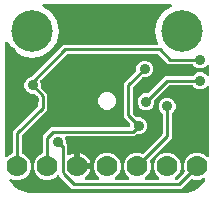
<source format=gbr>
G04 EAGLE Gerber RS-274X export*
G75*
%MOMM*%
%FSLAX34Y34*%
%LPD*%
%INBottom Copper*%
%IPPOS*%
%AMOC8*
5,1,8,0,0,1.08239X$1,22.5*%
G01*
%ADD10C,3.516000*%
%ADD11C,1.778000*%
%ADD12C,0.906400*%
%ADD13C,0.254000*%

G36*
X150961Y2551D02*
X150961Y2551D01*
X151044Y2552D01*
X151118Y2571D01*
X151141Y2574D01*
X152416Y2541D01*
X152426Y2542D01*
X152449Y2541D01*
X152521Y2541D01*
X152539Y2543D01*
X152588Y2543D01*
X155850Y2715D01*
X155918Y2727D01*
X155987Y2730D01*
X156144Y2766D01*
X162431Y4632D01*
X162540Y4680D01*
X162651Y4721D01*
X162704Y4752D01*
X162722Y4760D01*
X162738Y4773D01*
X162790Y4803D01*
X168193Y8521D01*
X168281Y8600D01*
X168375Y8673D01*
X168415Y8719D01*
X168430Y8733D01*
X168442Y8750D01*
X168481Y8795D01*
X171928Y13293D01*
X172001Y13418D01*
X172078Y13542D01*
X172082Y13555D01*
X172089Y13567D01*
X172129Y13707D01*
X172171Y13846D01*
X172172Y13860D01*
X172176Y13873D01*
X172179Y14019D01*
X172186Y14164D01*
X172184Y14177D01*
X172184Y14191D01*
X172151Y14333D01*
X172122Y14475D01*
X172116Y14488D01*
X172113Y14501D01*
X172046Y14630D01*
X171982Y14761D01*
X171973Y14771D01*
X171967Y14784D01*
X171871Y14892D01*
X171776Y15003D01*
X171765Y15011D01*
X171755Y15021D01*
X171635Y15102D01*
X171516Y15186D01*
X171503Y15191D01*
X171492Y15199D01*
X171355Y15247D01*
X171219Y15299D01*
X171205Y15300D01*
X171192Y15305D01*
X171048Y15318D01*
X170903Y15334D01*
X170889Y15332D01*
X170875Y15333D01*
X170732Y15310D01*
X170588Y15289D01*
X170570Y15283D01*
X170561Y15282D01*
X170545Y15275D01*
X170435Y15237D01*
X167374Y13969D01*
X162826Y13969D01*
X160946Y14748D01*
X160917Y14756D01*
X160891Y14770D01*
X160764Y14798D01*
X160639Y14832D01*
X160609Y14833D01*
X160580Y14839D01*
X160451Y14835D01*
X160321Y14837D01*
X160292Y14830D01*
X160263Y14830D01*
X160138Y14793D01*
X160012Y14763D01*
X159985Y14749D01*
X159957Y14741D01*
X159845Y14675D01*
X159730Y14614D01*
X159709Y14595D01*
X159683Y14580D01*
X159562Y14473D01*
X154042Y8953D01*
X151438Y6349D01*
X59382Y6349D01*
X48196Y17535D01*
X48101Y17608D01*
X48012Y17687D01*
X47976Y17705D01*
X47944Y17730D01*
X47835Y17777D01*
X47729Y17832D01*
X47690Y17840D01*
X47653Y17856D01*
X47535Y17875D01*
X47419Y17901D01*
X47378Y17900D01*
X47338Y17906D01*
X47220Y17895D01*
X47101Y17892D01*
X47062Y17880D01*
X47022Y17876D01*
X46910Y17836D01*
X46795Y17803D01*
X46761Y17783D01*
X46723Y17769D01*
X46624Y17702D01*
X46521Y17642D01*
X46476Y17602D01*
X46459Y17590D01*
X46446Y17575D01*
X46401Y17535D01*
X44575Y15709D01*
X40374Y13969D01*
X35826Y13969D01*
X31625Y15709D01*
X28409Y18925D01*
X26669Y23126D01*
X26669Y27674D01*
X28409Y31875D01*
X31625Y35091D01*
X33506Y35870D01*
X33531Y35884D01*
X33559Y35893D01*
X33669Y35963D01*
X33782Y36027D01*
X33803Y36048D01*
X33828Y36063D01*
X33917Y36158D01*
X34010Y36248D01*
X34026Y36273D01*
X34046Y36295D01*
X34109Y36409D01*
X34177Y36519D01*
X34185Y36548D01*
X34200Y36574D01*
X34232Y36699D01*
X34270Y36823D01*
X34272Y36853D01*
X34279Y36881D01*
X34289Y37042D01*
X34289Y40075D01*
X34326Y40123D01*
X34366Y40214D01*
X34414Y40301D01*
X34429Y40359D01*
X34453Y40415D01*
X34468Y40513D01*
X34493Y40609D01*
X34499Y40709D01*
X34503Y40729D01*
X34501Y40741D01*
X34503Y40769D01*
X34503Y43051D01*
X34491Y43149D01*
X34488Y43248D01*
X34471Y43306D01*
X34463Y43366D01*
X34427Y43458D01*
X34399Y43554D01*
X34369Y43606D01*
X34346Y43662D01*
X34289Y43741D01*
X34289Y51108D01*
X41602Y58421D01*
X107228Y58421D01*
X107346Y58436D01*
X107465Y58443D01*
X107503Y58456D01*
X107544Y58461D01*
X107654Y58504D01*
X107767Y58541D01*
X107802Y58563D01*
X107839Y58578D01*
X107935Y58647D01*
X108036Y58711D01*
X108064Y58741D01*
X108097Y58764D01*
X108173Y58856D01*
X108254Y58943D01*
X108274Y58978D01*
X108299Y59009D01*
X108350Y59117D01*
X108408Y59221D01*
X108418Y59261D01*
X108435Y59297D01*
X108457Y59414D01*
X108487Y59529D01*
X108491Y59589D01*
X108495Y59609D01*
X108493Y59630D01*
X108497Y59690D01*
X108497Y60848D01*
X108485Y60946D01*
X108482Y61045D01*
X108465Y61103D01*
X108457Y61163D01*
X108421Y61255D01*
X108393Y61351D01*
X108363Y61403D01*
X108340Y61459D01*
X108282Y61539D01*
X108232Y61624D01*
X108166Y61700D01*
X108154Y61716D01*
X108144Y61724D01*
X108126Y61745D01*
X105473Y64398D01*
X102869Y67002D01*
X102869Y70684D01*
X102869Y95558D01*
X113206Y105895D01*
X113266Y105973D01*
X113334Y106045D01*
X113363Y106098D01*
X113400Y106146D01*
X113440Y106237D01*
X113488Y106324D01*
X113503Y106382D01*
X113527Y106438D01*
X113542Y106536D01*
X113567Y106631D01*
X113573Y106732D01*
X113577Y106752D01*
X113575Y106764D01*
X113577Y106792D01*
X113577Y109143D01*
X114654Y111742D01*
X116644Y113732D01*
X119243Y114809D01*
X122057Y114809D01*
X124656Y113732D01*
X126646Y111742D01*
X127723Y109143D01*
X127723Y106329D01*
X126646Y103730D01*
X124656Y101740D01*
X122057Y100663D01*
X119278Y100663D01*
X119180Y100651D01*
X119081Y100648D01*
X119023Y100631D01*
X118963Y100623D01*
X118871Y100587D01*
X118775Y100559D01*
X118723Y100529D01*
X118667Y100506D01*
X118587Y100448D01*
X118502Y100398D01*
X118426Y100332D01*
X118410Y100320D01*
X118402Y100310D01*
X118381Y100292D01*
X110862Y92773D01*
X110802Y92695D01*
X110734Y92623D01*
X110705Y92570D01*
X110668Y92522D01*
X110628Y92431D01*
X110580Y92344D01*
X110565Y92286D01*
X110541Y92230D01*
X110526Y92132D01*
X110501Y92037D01*
X110495Y91936D01*
X110491Y91916D01*
X110493Y91904D01*
X110491Y91876D01*
X110491Y70684D01*
X110503Y70586D01*
X110506Y70487D01*
X110523Y70429D01*
X110531Y70369D01*
X110567Y70277D01*
X110595Y70181D01*
X110625Y70129D01*
X110648Y70073D01*
X110706Y69993D01*
X110756Y69908D01*
X110822Y69832D01*
X110834Y69816D01*
X110844Y69808D01*
X110862Y69787D01*
X113515Y67134D01*
X113593Y67074D01*
X113665Y67006D01*
X113718Y66977D01*
X113766Y66940D01*
X113857Y66900D01*
X113944Y66852D01*
X114002Y66837D01*
X114058Y66813D01*
X114156Y66798D01*
X114251Y66773D01*
X114352Y66767D01*
X114372Y66763D01*
X114384Y66765D01*
X114412Y66763D01*
X116977Y66763D01*
X119576Y65686D01*
X121566Y63696D01*
X122643Y61097D01*
X122643Y58283D01*
X121566Y55684D01*
X119576Y53694D01*
X116977Y52617D01*
X114412Y52617D01*
X114314Y52605D01*
X114215Y52602D01*
X114157Y52585D01*
X114097Y52577D01*
X114005Y52541D01*
X113909Y52513D01*
X113857Y52483D01*
X113801Y52460D01*
X113721Y52402D01*
X113636Y52352D01*
X113560Y52286D01*
X113544Y52274D01*
X113536Y52264D01*
X113515Y52246D01*
X112068Y50799D01*
X54441Y50799D01*
X54392Y50793D01*
X54342Y50795D01*
X54235Y50773D01*
X54126Y50759D01*
X54079Y50741D01*
X54031Y50731D01*
X53932Y50683D01*
X53830Y50642D01*
X53790Y50613D01*
X53745Y50591D01*
X53662Y50520D01*
X53573Y50456D01*
X53541Y50417D01*
X53503Y50385D01*
X53440Y50295D01*
X53370Y50211D01*
X53349Y50166D01*
X53320Y50125D01*
X53281Y50022D01*
X53234Y49923D01*
X53225Y49874D01*
X53207Y49828D01*
X53195Y49718D01*
X53174Y49611D01*
X53178Y49561D01*
X53172Y49512D01*
X53187Y49403D01*
X53194Y49293D01*
X53209Y49246D01*
X53216Y49197D01*
X53268Y49044D01*
X54063Y47127D01*
X54063Y45578D01*
X54075Y45480D01*
X54078Y45381D01*
X54095Y45323D01*
X54103Y45263D01*
X54139Y45171D01*
X54167Y45075D01*
X54197Y45023D01*
X54220Y44967D01*
X54278Y44887D01*
X54328Y44802D01*
X54394Y44726D01*
X54406Y44710D01*
X54416Y44702D01*
X54434Y44681D01*
X55119Y43996D01*
X55119Y35931D01*
X55124Y35891D01*
X55121Y35852D01*
X55144Y35734D01*
X55159Y35615D01*
X55173Y35578D01*
X55181Y35539D01*
X55232Y35431D01*
X55276Y35320D01*
X55299Y35287D01*
X55316Y35251D01*
X55392Y35159D01*
X55462Y35062D01*
X55493Y35037D01*
X55518Y35006D01*
X55615Y34936D01*
X55707Y34859D01*
X55744Y34842D01*
X55776Y34819D01*
X55887Y34775D01*
X55995Y34724D01*
X56034Y34716D01*
X56071Y34702D01*
X56190Y34687D01*
X56307Y34664D01*
X56347Y34667D01*
X56387Y34662D01*
X56506Y34676D01*
X56625Y34684D01*
X56663Y34696D01*
X56702Y34701D01*
X56814Y34745D01*
X56927Y34782D01*
X56961Y34803D01*
X56998Y34818D01*
X57134Y34904D01*
X57509Y35177D01*
X59112Y35993D01*
X60823Y36549D01*
X61001Y36577D01*
X61001Y26630D01*
X61016Y26512D01*
X61023Y26393D01*
X61035Y26355D01*
X61041Y26315D01*
X61084Y26204D01*
X61121Y26091D01*
X61143Y26057D01*
X61158Y26019D01*
X61227Y25923D01*
X61291Y25822D01*
X61321Y25794D01*
X61344Y25762D01*
X61436Y25686D01*
X61523Y25604D01*
X61558Y25585D01*
X61589Y25559D01*
X61697Y25508D01*
X61801Y25451D01*
X61841Y25441D01*
X61877Y25423D01*
X61994Y25401D01*
X62109Y25371D01*
X62169Y25367D01*
X62189Y25364D01*
X62210Y25365D01*
X62270Y25361D01*
X63461Y25361D01*
X63461Y24170D01*
X63476Y24052D01*
X63483Y23933D01*
X63496Y23895D01*
X63501Y23854D01*
X63545Y23744D01*
X63581Y23631D01*
X63603Y23596D01*
X63618Y23559D01*
X63688Y23462D01*
X63751Y23362D01*
X63781Y23334D01*
X63805Y23301D01*
X63896Y23225D01*
X63983Y23144D01*
X64018Y23124D01*
X64050Y23099D01*
X64157Y23048D01*
X64262Y22990D01*
X64301Y22980D01*
X64337Y22963D01*
X64454Y22941D01*
X64570Y22911D01*
X64630Y22907D01*
X64650Y22903D01*
X64670Y22905D01*
X64730Y22901D01*
X74677Y22901D01*
X74649Y22723D01*
X74093Y21012D01*
X73277Y19409D01*
X72219Y17953D01*
X70947Y16681D01*
X70376Y16267D01*
X70318Y16212D01*
X70254Y16166D01*
X70203Y16104D01*
X70145Y16049D01*
X70102Y15982D01*
X70051Y15921D01*
X70017Y15848D01*
X69974Y15781D01*
X69949Y15705D01*
X69916Y15633D01*
X69900Y15554D01*
X69876Y15478D01*
X69871Y15399D01*
X69856Y15320D01*
X69861Y15241D01*
X69856Y15161D01*
X69871Y15083D01*
X69875Y15003D01*
X69900Y14927D01*
X69915Y14848D01*
X69949Y14776D01*
X69974Y14701D01*
X70016Y14633D01*
X70050Y14561D01*
X70101Y14499D01*
X70144Y14432D01*
X70202Y14377D01*
X70253Y14315D01*
X70317Y14269D01*
X70375Y14214D01*
X70445Y14175D01*
X70510Y14128D01*
X70584Y14099D01*
X70654Y14060D01*
X70731Y14040D01*
X70806Y14011D01*
X70885Y14001D01*
X70962Y13981D01*
X71120Y13971D01*
X71121Y13971D01*
X71122Y13971D01*
X81100Y13971D01*
X81237Y13988D01*
X81376Y14001D01*
X81395Y14008D01*
X81415Y14011D01*
X81544Y14062D01*
X81675Y14109D01*
X81692Y14120D01*
X81711Y14128D01*
X81823Y14209D01*
X81938Y14287D01*
X81952Y14303D01*
X81968Y14314D01*
X82057Y14422D01*
X82149Y14526D01*
X82158Y14544D01*
X82171Y14559D01*
X82230Y14685D01*
X82293Y14809D01*
X82298Y14829D01*
X82306Y14847D01*
X82333Y14983D01*
X82363Y15119D01*
X82362Y15140D01*
X82366Y15159D01*
X82358Y15298D01*
X82353Y15437D01*
X82348Y15457D01*
X82346Y15477D01*
X82304Y15609D01*
X82265Y15743D01*
X82255Y15760D01*
X82248Y15779D01*
X82174Y15897D01*
X82103Y16017D01*
X82085Y16038D01*
X82078Y16048D01*
X82063Y16062D01*
X81997Y16137D01*
X79209Y18925D01*
X77469Y23126D01*
X77469Y27674D01*
X79209Y31875D01*
X82425Y35091D01*
X86626Y36831D01*
X91174Y36831D01*
X95375Y35091D01*
X98591Y31875D01*
X100331Y27674D01*
X100331Y23126D01*
X98591Y18925D01*
X95803Y16137D01*
X95718Y16028D01*
X95629Y15921D01*
X95620Y15902D01*
X95608Y15886D01*
X95553Y15758D01*
X95494Y15633D01*
X95490Y15613D01*
X95482Y15594D01*
X95460Y15456D01*
X95434Y15320D01*
X95435Y15300D01*
X95432Y15280D01*
X95445Y15141D01*
X95454Y15003D01*
X95460Y14984D01*
X95462Y14964D01*
X95509Y14832D01*
X95552Y14701D01*
X95562Y14683D01*
X95569Y14664D01*
X95647Y14549D01*
X95722Y14432D01*
X95736Y14418D01*
X95748Y14401D01*
X95852Y14309D01*
X95953Y14214D01*
X95971Y14204D01*
X95986Y14191D01*
X96110Y14127D01*
X96232Y14060D01*
X96251Y14055D01*
X96269Y14046D01*
X96405Y14016D01*
X96540Y13981D01*
X96568Y13979D01*
X96580Y13976D01*
X96600Y13977D01*
X96700Y13971D01*
X106500Y13971D01*
X106637Y13988D01*
X106776Y14001D01*
X106795Y14008D01*
X106815Y14011D01*
X106944Y14062D01*
X107075Y14109D01*
X107092Y14120D01*
X107111Y14128D01*
X107223Y14209D01*
X107338Y14287D01*
X107352Y14303D01*
X107368Y14314D01*
X107457Y14422D01*
X107549Y14526D01*
X107558Y14544D01*
X107571Y14559D01*
X107630Y14685D01*
X107693Y14809D01*
X107698Y14829D01*
X107706Y14847D01*
X107733Y14983D01*
X107763Y15119D01*
X107762Y15140D01*
X107766Y15159D01*
X107758Y15298D01*
X107753Y15437D01*
X107748Y15457D01*
X107746Y15477D01*
X107704Y15609D01*
X107665Y15743D01*
X107655Y15760D01*
X107648Y15779D01*
X107574Y15897D01*
X107503Y16017D01*
X107485Y16038D01*
X107478Y16048D01*
X107463Y16062D01*
X107397Y16137D01*
X104609Y18925D01*
X102869Y23126D01*
X102869Y27674D01*
X104609Y31875D01*
X107825Y35091D01*
X112026Y36831D01*
X116574Y36831D01*
X118454Y36052D01*
X118483Y36044D01*
X118509Y36030D01*
X118636Y36002D01*
X118761Y35968D01*
X118791Y35967D01*
X118820Y35961D01*
X118949Y35965D01*
X119079Y35963D01*
X119108Y35970D01*
X119137Y35970D01*
X119262Y36007D01*
X119388Y36037D01*
X119415Y36051D01*
X119443Y36059D01*
X119555Y36125D01*
X119670Y36186D01*
X119691Y36205D01*
X119717Y36220D01*
X119838Y36327D01*
X135582Y52071D01*
X135642Y52149D01*
X135710Y52221D01*
X135739Y52274D01*
X135776Y52322D01*
X135816Y52413D01*
X135864Y52500D01*
X135879Y52558D01*
X135903Y52614D01*
X135918Y52712D01*
X135943Y52808D01*
X135949Y52908D01*
X135953Y52928D01*
X135951Y52940D01*
X135953Y52968D01*
X135953Y69483D01*
X135941Y69581D01*
X135938Y69680D01*
X135921Y69738D01*
X135913Y69798D01*
X135877Y69890D01*
X135849Y69985D01*
X135819Y70038D01*
X135796Y70094D01*
X135738Y70174D01*
X135688Y70259D01*
X135622Y70335D01*
X135610Y70351D01*
X135600Y70359D01*
X135582Y70380D01*
X133768Y72194D01*
X132691Y74793D01*
X132691Y77607D01*
X133768Y80206D01*
X135758Y82196D01*
X138357Y83273D01*
X141171Y83273D01*
X143770Y82196D01*
X145760Y80206D01*
X146837Y77607D01*
X146837Y74793D01*
X145760Y72194D01*
X143946Y70380D01*
X143886Y70302D01*
X143818Y70230D01*
X143789Y70177D01*
X143752Y70129D01*
X143712Y70038D01*
X143664Y69951D01*
X143649Y69893D01*
X143625Y69837D01*
X143610Y69739D01*
X143585Y69643D01*
X143579Y69543D01*
X143575Y69523D01*
X143577Y69511D01*
X143575Y69483D01*
X143575Y49286D01*
X125227Y30938D01*
X125209Y30914D01*
X125186Y30895D01*
X125112Y30789D01*
X125032Y30686D01*
X125020Y30659D01*
X125003Y30635D01*
X124957Y30514D01*
X124906Y30395D01*
X124901Y30365D01*
X124890Y30338D01*
X124876Y30209D01*
X124856Y30080D01*
X124858Y30051D01*
X124855Y30022D01*
X124873Y29893D01*
X124886Y29764D01*
X124896Y29736D01*
X124900Y29707D01*
X124952Y29554D01*
X125731Y27674D01*
X125731Y23126D01*
X123991Y18925D01*
X121203Y16137D01*
X121118Y16028D01*
X121029Y15921D01*
X121020Y15902D01*
X121008Y15886D01*
X120953Y15758D01*
X120894Y15633D01*
X120890Y15613D01*
X120882Y15594D01*
X120860Y15456D01*
X120834Y15320D01*
X120835Y15300D01*
X120832Y15280D01*
X120845Y15141D01*
X120854Y15003D01*
X120860Y14984D01*
X120862Y14964D01*
X120909Y14832D01*
X120952Y14701D01*
X120962Y14683D01*
X120969Y14664D01*
X121047Y14549D01*
X121122Y14432D01*
X121136Y14418D01*
X121148Y14401D01*
X121252Y14309D01*
X121353Y14214D01*
X121371Y14204D01*
X121386Y14191D01*
X121510Y14127D01*
X121632Y14060D01*
X121651Y14055D01*
X121669Y14046D01*
X121805Y14016D01*
X121940Y13981D01*
X121968Y13979D01*
X121980Y13976D01*
X122000Y13977D01*
X122100Y13971D01*
X131900Y13971D01*
X132037Y13988D01*
X132176Y14001D01*
X132195Y14008D01*
X132215Y14011D01*
X132344Y14062D01*
X132475Y14109D01*
X132492Y14120D01*
X132511Y14128D01*
X132623Y14209D01*
X132738Y14287D01*
X132752Y14303D01*
X132768Y14314D01*
X132857Y14422D01*
X132949Y14526D01*
X132958Y14544D01*
X132971Y14559D01*
X133030Y14685D01*
X133093Y14809D01*
X133098Y14829D01*
X133106Y14847D01*
X133133Y14983D01*
X133163Y15119D01*
X133162Y15140D01*
X133166Y15159D01*
X133158Y15298D01*
X133153Y15437D01*
X133148Y15457D01*
X133146Y15477D01*
X133104Y15609D01*
X133065Y15743D01*
X133055Y15760D01*
X133048Y15779D01*
X132974Y15897D01*
X132903Y16017D01*
X132885Y16038D01*
X132878Y16048D01*
X132863Y16062D01*
X132797Y16137D01*
X130009Y18925D01*
X128269Y23126D01*
X128269Y27674D01*
X130009Y31875D01*
X133225Y35091D01*
X137426Y36831D01*
X141974Y36831D01*
X146175Y35091D01*
X149391Y31875D01*
X151131Y27674D01*
X151131Y23126D01*
X149391Y18925D01*
X146603Y16137D01*
X146518Y16028D01*
X146429Y15921D01*
X146420Y15902D01*
X146408Y15886D01*
X146353Y15758D01*
X146294Y15633D01*
X146290Y15613D01*
X146282Y15594D01*
X146260Y15456D01*
X146234Y15320D01*
X146235Y15300D01*
X146232Y15280D01*
X146245Y15141D01*
X146254Y15003D01*
X146260Y14984D01*
X146262Y14964D01*
X146309Y14832D01*
X146352Y14701D01*
X146362Y14683D01*
X146369Y14664D01*
X146447Y14549D01*
X146522Y14432D01*
X146536Y14418D01*
X146548Y14401D01*
X146652Y14309D01*
X146753Y14214D01*
X146771Y14204D01*
X146786Y14191D01*
X146910Y14127D01*
X147032Y14060D01*
X147051Y14055D01*
X147069Y14046D01*
X147205Y14016D01*
X147340Y13981D01*
X147368Y13979D01*
X147380Y13976D01*
X147400Y13977D01*
X147500Y13971D01*
X147756Y13971D01*
X147854Y13983D01*
X147953Y13986D01*
X148011Y14003D01*
X148071Y14011D01*
X148163Y14047D01*
X148259Y14075D01*
X148311Y14105D01*
X148367Y14128D01*
X148447Y14186D01*
X148532Y14236D01*
X148608Y14302D01*
X148624Y14314D01*
X148632Y14324D01*
X148653Y14342D01*
X154173Y19862D01*
X154191Y19886D01*
X154214Y19905D01*
X154288Y20011D01*
X154368Y20114D01*
X154380Y20141D01*
X154397Y20165D01*
X154443Y20286D01*
X154494Y20405D01*
X154499Y20435D01*
X154510Y20462D01*
X154524Y20591D01*
X154544Y20720D01*
X154542Y20749D01*
X154545Y20778D01*
X154527Y20907D01*
X154514Y21036D01*
X154504Y21064D01*
X154500Y21093D01*
X154448Y21246D01*
X153669Y23126D01*
X153669Y27674D01*
X155409Y31875D01*
X158625Y35091D01*
X162826Y36831D01*
X167374Y36831D01*
X171575Y35091D01*
X173093Y33573D01*
X173202Y33488D01*
X173309Y33399D01*
X173328Y33390D01*
X173344Y33378D01*
X173472Y33323D01*
X173597Y33264D01*
X173617Y33260D01*
X173636Y33252D01*
X173774Y33230D01*
X173910Y33204D01*
X173930Y33205D01*
X173950Y33202D01*
X174089Y33215D01*
X174227Y33224D01*
X174246Y33230D01*
X174266Y33232D01*
X174398Y33279D01*
X174529Y33322D01*
X174547Y33332D01*
X174566Y33339D01*
X174681Y33417D01*
X174798Y33492D01*
X174812Y33506D01*
X174829Y33518D01*
X174921Y33622D01*
X175016Y33723D01*
X175026Y33741D01*
X175039Y33756D01*
X175103Y33880D01*
X175170Y34002D01*
X175175Y34021D01*
X175184Y34039D01*
X175214Y34175D01*
X175249Y34310D01*
X175251Y34338D01*
X175254Y34350D01*
X175253Y34370D01*
X175259Y34470D01*
X175259Y92343D01*
X175242Y92481D01*
X175229Y92619D01*
X175222Y92638D01*
X175219Y92658D01*
X175168Y92788D01*
X175121Y92918D01*
X175110Y92935D01*
X175102Y92954D01*
X175021Y93066D01*
X174943Y93181D01*
X174927Y93195D01*
X174916Y93211D01*
X174808Y93300D01*
X174704Y93392D01*
X174686Y93401D01*
X174671Y93414D01*
X174545Y93473D01*
X174421Y93537D01*
X174401Y93541D01*
X174383Y93550D01*
X174246Y93576D01*
X174111Y93606D01*
X174090Y93606D01*
X174071Y93609D01*
X173932Y93601D01*
X173793Y93597D01*
X173773Y93591D01*
X173753Y93590D01*
X173621Y93547D01*
X173487Y93508D01*
X173470Y93498D01*
X173451Y93492D01*
X173333Y93417D01*
X173213Y93347D01*
X173192Y93328D01*
X173182Y93321D01*
X173168Y93306D01*
X173093Y93240D01*
X171646Y91794D01*
X169047Y90717D01*
X166233Y90717D01*
X163634Y91794D01*
X161820Y93608D01*
X161742Y93668D01*
X161670Y93736D01*
X161617Y93765D01*
X161569Y93802D01*
X161478Y93842D01*
X161391Y93890D01*
X161333Y93905D01*
X161277Y93929D01*
X161179Y93944D01*
X161083Y93969D01*
X160983Y93975D01*
X160963Y93979D01*
X160951Y93977D01*
X160923Y93979D01*
X141804Y93979D01*
X141706Y93967D01*
X141607Y93964D01*
X141549Y93947D01*
X141489Y93939D01*
X141397Y93903D01*
X141302Y93875D01*
X141249Y93845D01*
X141193Y93822D01*
X141113Y93764D01*
X141028Y93714D01*
X140952Y93648D01*
X140936Y93636D01*
X140928Y93626D01*
X140907Y93608D01*
X129364Y82065D01*
X129304Y81987D01*
X129236Y81915D01*
X129207Y81862D01*
X129170Y81814D01*
X129130Y81723D01*
X129082Y81636D01*
X129067Y81578D01*
X129043Y81522D01*
X129028Y81424D01*
X129003Y81328D01*
X128997Y81228D01*
X128993Y81208D01*
X128995Y81196D01*
X128993Y81168D01*
X128993Y78603D01*
X127916Y76004D01*
X125926Y74014D01*
X123327Y72937D01*
X120513Y72937D01*
X117914Y74014D01*
X115924Y76004D01*
X114847Y78603D01*
X114847Y81417D01*
X115924Y84016D01*
X117914Y86006D01*
X120513Y87083D01*
X123078Y87083D01*
X123176Y87095D01*
X123275Y87098D01*
X123333Y87115D01*
X123393Y87123D01*
X123485Y87159D01*
X123581Y87187D01*
X123633Y87217D01*
X123689Y87240D01*
X123769Y87298D01*
X123854Y87348D01*
X123930Y87414D01*
X123946Y87426D01*
X123954Y87436D01*
X123975Y87454D01*
X138122Y101601D01*
X160923Y101601D01*
X161021Y101613D01*
X161120Y101616D01*
X161178Y101633D01*
X161238Y101641D01*
X161330Y101677D01*
X161425Y101705D01*
X161478Y101735D01*
X161534Y101758D01*
X161614Y101816D01*
X161699Y101866D01*
X161775Y101932D01*
X161791Y101944D01*
X161799Y101954D01*
X161820Y101972D01*
X163634Y103786D01*
X166233Y104863D01*
X169047Y104863D01*
X171646Y103786D01*
X173093Y102340D01*
X173202Y102255D01*
X173309Y102166D01*
X173328Y102157D01*
X173344Y102145D01*
X173472Y102089D01*
X173597Y102030D01*
X173617Y102027D01*
X173636Y102019D01*
X173774Y101997D01*
X173910Y101971D01*
X173930Y101972D01*
X173950Y101969D01*
X174089Y101982D01*
X174227Y101990D01*
X174246Y101997D01*
X174266Y101998D01*
X174398Y102046D01*
X174529Y102088D01*
X174547Y102099D01*
X174566Y102106D01*
X174681Y102184D01*
X174798Y102259D01*
X174812Y102273D01*
X174829Y102285D01*
X174921Y102389D01*
X175016Y102490D01*
X175026Y102508D01*
X175039Y102523D01*
X175103Y102647D01*
X175170Y102769D01*
X175175Y102788D01*
X175184Y102806D01*
X175214Y102942D01*
X175249Y103077D01*
X175251Y103105D01*
X175254Y103117D01*
X175253Y103137D01*
X175259Y103237D01*
X175259Y110123D01*
X175242Y110261D01*
X175229Y110399D01*
X175222Y110418D01*
X175219Y110438D01*
X175168Y110568D01*
X175121Y110698D01*
X175110Y110715D01*
X175102Y110734D01*
X175021Y110846D01*
X174943Y110961D01*
X174927Y110975D01*
X174916Y110991D01*
X174808Y111080D01*
X174704Y111172D01*
X174686Y111181D01*
X174671Y111194D01*
X174545Y111253D01*
X174421Y111317D01*
X174401Y111321D01*
X174383Y111330D01*
X174246Y111356D01*
X174111Y111386D01*
X174090Y111386D01*
X174071Y111389D01*
X173932Y111381D01*
X173793Y111377D01*
X173773Y111371D01*
X173753Y111370D01*
X173621Y111327D01*
X173487Y111288D01*
X173470Y111278D01*
X173451Y111272D01*
X173333Y111197D01*
X173213Y111127D01*
X173192Y111108D01*
X173182Y111101D01*
X173168Y111086D01*
X173093Y111020D01*
X171646Y109574D01*
X169047Y108497D01*
X166233Y108497D01*
X163634Y109574D01*
X161820Y111388D01*
X161742Y111448D01*
X161670Y111516D01*
X161617Y111545D01*
X161569Y111582D01*
X161478Y111622D01*
X161391Y111670D01*
X161333Y111685D01*
X161277Y111709D01*
X161179Y111724D01*
X161083Y111749D01*
X160983Y111755D01*
X160963Y111759D01*
X160951Y111757D01*
X160923Y111759D01*
X140662Y111759D01*
X132143Y120278D01*
X132065Y120338D01*
X131993Y120406D01*
X131940Y120435D01*
X131892Y120472D01*
X131801Y120512D01*
X131714Y120560D01*
X131656Y120575D01*
X131600Y120599D01*
X131502Y120614D01*
X131406Y120639D01*
X131306Y120645D01*
X131286Y120649D01*
X131274Y120647D01*
X131246Y120649D01*
X55444Y120649D01*
X55346Y120637D01*
X55247Y120634D01*
X55189Y120617D01*
X55129Y120609D01*
X55037Y120573D01*
X54941Y120545D01*
X54889Y120515D01*
X54833Y120492D01*
X54753Y120434D01*
X54668Y120384D01*
X54592Y120318D01*
X54576Y120306D01*
X54568Y120296D01*
X54547Y120278D01*
X32529Y98260D01*
X32511Y98236D01*
X32488Y98217D01*
X32414Y98111D01*
X32334Y98008D01*
X32322Y97981D01*
X32305Y97957D01*
X32259Y97836D01*
X32208Y97717D01*
X32203Y97687D01*
X32193Y97660D01*
X32178Y97531D01*
X32158Y97403D01*
X32161Y97373D01*
X32157Y97344D01*
X32175Y97215D01*
X32188Y97086D01*
X32198Y97058D01*
X32202Y97029D01*
X32254Y96877D01*
X32910Y95293D01*
X32910Y92728D01*
X32922Y92630D01*
X32925Y92531D01*
X32942Y92473D01*
X32950Y92413D01*
X32986Y92321D01*
X33014Y92225D01*
X33044Y92173D01*
X33067Y92117D01*
X33125Y92037D01*
X33175Y91952D01*
X33241Y91876D01*
X33253Y91860D01*
X33263Y91852D01*
X33281Y91831D01*
X38315Y86797D01*
X38315Y76411D01*
X38278Y76363D01*
X38238Y76272D01*
X38190Y76185D01*
X38175Y76127D01*
X38151Y76071D01*
X38136Y75973D01*
X38111Y75877D01*
X38105Y75777D01*
X38101Y75757D01*
X38103Y75745D01*
X38101Y75717D01*
X38101Y73352D01*
X16882Y52133D01*
X16822Y52055D01*
X16754Y51983D01*
X16725Y51930D01*
X16688Y51882D01*
X16648Y51791D01*
X16600Y51704D01*
X16585Y51646D01*
X16561Y51590D01*
X16546Y51492D01*
X16521Y51396D01*
X16515Y51296D01*
X16511Y51276D01*
X16513Y51264D01*
X16511Y51236D01*
X16511Y37042D01*
X16514Y37013D01*
X16512Y36983D01*
X16534Y36856D01*
X16551Y36727D01*
X16561Y36699D01*
X16566Y36670D01*
X16620Y36552D01*
X16668Y36431D01*
X16685Y36407D01*
X16697Y36380D01*
X16778Y36279D01*
X16854Y36174D01*
X16877Y36155D01*
X16896Y36132D01*
X16999Y36054D01*
X17099Y35971D01*
X17126Y35958D01*
X17150Y35940D01*
X17294Y35870D01*
X19175Y35091D01*
X22391Y31875D01*
X24131Y27674D01*
X24131Y23126D01*
X22391Y18925D01*
X19175Y15709D01*
X14974Y13969D01*
X10426Y13969D01*
X7935Y15001D01*
X7810Y15035D01*
X7687Y15075D01*
X7657Y15077D01*
X7628Y15085D01*
X7499Y15087D01*
X7370Y15096D01*
X7340Y15090D01*
X7310Y15090D01*
X7184Y15060D01*
X7057Y15036D01*
X7030Y15023D01*
X7001Y15016D01*
X6886Y14956D01*
X6769Y14901D01*
X6746Y14882D01*
X6719Y14868D01*
X6624Y14781D01*
X6524Y14698D01*
X6506Y14674D01*
X6484Y14654D01*
X6413Y14546D01*
X6337Y14441D01*
X6326Y14413D01*
X6309Y14388D01*
X6267Y14265D01*
X6220Y14146D01*
X6216Y14116D01*
X6206Y14087D01*
X6196Y13958D01*
X6180Y13830D01*
X6183Y13800D01*
X6181Y13770D01*
X6203Y13643D01*
X6219Y13515D01*
X6230Y13486D01*
X6235Y13457D01*
X6288Y13339D01*
X6336Y13219D01*
X6359Y13182D01*
X6366Y13167D01*
X6380Y13150D01*
X6422Y13083D01*
X9107Y9388D01*
X9127Y9366D01*
X9138Y9348D01*
X9184Y9305D01*
X9188Y9301D01*
X9264Y9209D01*
X9310Y9171D01*
X9324Y9156D01*
X9342Y9145D01*
X9388Y9107D01*
X14596Y5322D01*
X14852Y5136D01*
X14956Y5079D01*
X15056Y5015D01*
X15113Y4993D01*
X15131Y4983D01*
X15151Y4978D01*
X15206Y4956D01*
X21630Y2869D01*
X21698Y2856D01*
X21764Y2833D01*
X21923Y2810D01*
X25300Y2545D01*
X25322Y2546D01*
X25400Y2541D01*
X150879Y2541D01*
X150961Y2551D01*
G37*
G36*
X3868Y33212D02*
X3868Y33212D01*
X4007Y33217D01*
X4027Y33222D01*
X4047Y33224D01*
X4179Y33266D01*
X4313Y33305D01*
X4330Y33315D01*
X4349Y33322D01*
X4467Y33396D01*
X4587Y33467D01*
X4608Y33485D01*
X4618Y33492D01*
X4632Y33507D01*
X4707Y33573D01*
X6225Y35091D01*
X8106Y35870D01*
X8131Y35884D01*
X8159Y35893D01*
X8269Y35963D01*
X8382Y36027D01*
X8403Y36048D01*
X8428Y36063D01*
X8517Y36158D01*
X8610Y36248D01*
X8626Y36273D01*
X8646Y36295D01*
X8709Y36409D01*
X8777Y36519D01*
X8785Y36548D01*
X8800Y36574D01*
X8832Y36699D01*
X8870Y36823D01*
X8872Y36853D01*
X8879Y36881D01*
X8889Y37042D01*
X8889Y54918D01*
X30108Y76137D01*
X30168Y76215D01*
X30236Y76287D01*
X30265Y76340D01*
X30302Y76388D01*
X30342Y76479D01*
X30390Y76566D01*
X30405Y76624D01*
X30429Y76680D01*
X30444Y76778D01*
X30469Y76874D01*
X30475Y76974D01*
X30479Y76994D01*
X30477Y77006D01*
X30479Y77034D01*
X30479Y79445D01*
X30516Y79493D01*
X30556Y79584D01*
X30604Y79671D01*
X30619Y79729D01*
X30643Y79785D01*
X30658Y79883D01*
X30683Y79979D01*
X30689Y80079D01*
X30693Y80099D01*
X30691Y80111D01*
X30693Y80139D01*
X30693Y83115D01*
X30681Y83213D01*
X30678Y83312D01*
X30661Y83370D01*
X30653Y83430D01*
X30617Y83522D01*
X30589Y83618D01*
X30559Y83670D01*
X30536Y83726D01*
X30478Y83806D01*
X30428Y83891D01*
X30362Y83967D01*
X30350Y83983D01*
X30340Y83991D01*
X30322Y84012D01*
X27892Y86442D01*
X27814Y86502D01*
X27742Y86570D01*
X27689Y86599D01*
X27641Y86636D01*
X27550Y86676D01*
X27463Y86724D01*
X27405Y86739D01*
X27349Y86763D01*
X27251Y86778D01*
X27155Y86803D01*
X27055Y86809D01*
X27035Y86813D01*
X27023Y86811D01*
X26995Y86813D01*
X24430Y86813D01*
X21831Y87890D01*
X19841Y89880D01*
X18764Y92479D01*
X18764Y95293D01*
X19841Y97892D01*
X21831Y99882D01*
X24230Y100876D01*
X24238Y100880D01*
X24247Y100883D01*
X24376Y100959D01*
X24506Y101033D01*
X24513Y101040D01*
X24521Y101045D01*
X24642Y101151D01*
X51762Y128271D01*
X130914Y128271D01*
X130929Y128273D01*
X130944Y128271D01*
X131087Y128293D01*
X131230Y128311D01*
X131243Y128316D01*
X131258Y128318D01*
X131392Y128375D01*
X131525Y128428D01*
X131537Y128436D01*
X131551Y128442D01*
X131666Y128530D01*
X131783Y128614D01*
X131792Y128626D01*
X131804Y128635D01*
X131893Y128748D01*
X131986Y128859D01*
X131992Y128873D01*
X132001Y128884D01*
X132060Y129016D01*
X132121Y129147D01*
X132124Y129162D01*
X132130Y129175D01*
X132154Y129318D01*
X132181Y129459D01*
X132180Y129474D01*
X132182Y129489D01*
X132170Y129633D01*
X132161Y129777D01*
X132157Y129791D01*
X132155Y129806D01*
X132108Y129942D01*
X132063Y130079D01*
X132055Y130092D01*
X132050Y130106D01*
X131970Y130245D01*
X131450Y131022D01*
X129724Y139700D01*
X131450Y148378D01*
X136366Y155734D01*
X143101Y160235D01*
X143180Y160303D01*
X143265Y160364D01*
X143300Y160407D01*
X143341Y160443D01*
X143401Y160529D01*
X143467Y160609D01*
X143491Y160659D01*
X143522Y160705D01*
X143558Y160803D01*
X143603Y160897D01*
X143613Y160951D01*
X143632Y161003D01*
X143643Y161107D01*
X143663Y161210D01*
X143659Y161265D01*
X143665Y161319D01*
X143649Y161423D01*
X143643Y161527D01*
X143626Y161579D01*
X143618Y161634D01*
X143577Y161730D01*
X143545Y161829D01*
X143515Y161876D01*
X143494Y161927D01*
X143431Y162010D01*
X143375Y162098D01*
X143335Y162136D01*
X143301Y162180D01*
X143219Y162245D01*
X143143Y162316D01*
X143095Y162343D01*
X143052Y162377D01*
X142956Y162419D01*
X142865Y162470D01*
X142811Y162483D01*
X142761Y162506D01*
X142658Y162523D01*
X142557Y162549D01*
X142469Y162555D01*
X142447Y162558D01*
X142432Y162557D01*
X142396Y162559D01*
X35404Y162559D01*
X35300Y162546D01*
X35196Y162542D01*
X35143Y162526D01*
X35089Y162519D01*
X34992Y162481D01*
X34891Y162451D01*
X34844Y162423D01*
X34793Y162402D01*
X34708Y162341D01*
X34619Y162287D01*
X34580Y162248D01*
X34536Y162216D01*
X34469Y162135D01*
X34396Y162061D01*
X34368Y162013D01*
X34333Y161971D01*
X34288Y161876D01*
X34236Y161786D01*
X34221Y161733D01*
X34197Y161683D01*
X34178Y161580D01*
X34149Y161480D01*
X34148Y161425D01*
X34137Y161371D01*
X34144Y161266D01*
X34141Y161162D01*
X34154Y161108D01*
X34157Y161053D01*
X34189Y160954D01*
X34213Y160852D01*
X34238Y160803D01*
X34255Y160751D01*
X34311Y160662D01*
X34359Y160570D01*
X34396Y160528D01*
X34425Y160482D01*
X34501Y160410D01*
X34571Y160332D01*
X34641Y160279D01*
X34657Y160264D01*
X34670Y160257D01*
X34699Y160235D01*
X41434Y155734D01*
X46350Y148378D01*
X48076Y139700D01*
X46350Y131022D01*
X41434Y123666D01*
X34078Y118750D01*
X25400Y117024D01*
X16722Y118750D01*
X9366Y123666D01*
X4865Y130401D01*
X4797Y130480D01*
X4736Y130565D01*
X4693Y130600D01*
X4657Y130641D01*
X4571Y130701D01*
X4491Y130767D01*
X4441Y130791D01*
X4395Y130822D01*
X4297Y130858D01*
X4203Y130903D01*
X4149Y130913D01*
X4097Y130932D01*
X3993Y130943D01*
X3890Y130963D01*
X3835Y130959D01*
X3781Y130965D01*
X3677Y130949D01*
X3573Y130943D01*
X3521Y130926D01*
X3466Y130918D01*
X3370Y130877D01*
X3271Y130845D01*
X3224Y130815D01*
X3173Y130794D01*
X3090Y130731D01*
X3002Y130675D01*
X2964Y130635D01*
X2920Y130601D01*
X2855Y130519D01*
X2784Y130443D01*
X2757Y130395D01*
X2723Y130352D01*
X2681Y130256D01*
X2630Y130165D01*
X2617Y130111D01*
X2594Y130061D01*
X2577Y129958D01*
X2551Y129857D01*
X2545Y129769D01*
X2542Y129747D01*
X2543Y129732D01*
X2541Y129696D01*
X2541Y34470D01*
X2558Y34333D01*
X2571Y34194D01*
X2578Y34175D01*
X2581Y34155D01*
X2632Y34026D01*
X2679Y33895D01*
X2690Y33878D01*
X2698Y33859D01*
X2779Y33747D01*
X2857Y33632D01*
X2873Y33618D01*
X2884Y33602D01*
X2992Y33513D01*
X3096Y33421D01*
X3114Y33412D01*
X3129Y33399D01*
X3255Y33340D01*
X3379Y33277D01*
X3399Y33272D01*
X3417Y33264D01*
X3554Y33237D01*
X3689Y33207D01*
X3710Y33208D01*
X3729Y33204D01*
X3868Y33212D01*
G37*
%LPC*%
G36*
X87490Y73259D02*
X87490Y73259D01*
X84719Y74407D01*
X82597Y76529D01*
X81449Y79300D01*
X81449Y82300D01*
X82597Y85071D01*
X84719Y87193D01*
X87490Y88341D01*
X90490Y88341D01*
X93261Y87193D01*
X95383Y85071D01*
X96531Y82300D01*
X96531Y79300D01*
X95383Y76529D01*
X93261Y74407D01*
X90490Y73259D01*
X87490Y73259D01*
G37*
%LPD*%
%LPC*%
G36*
X65999Y27899D02*
X65999Y27899D01*
X65999Y36577D01*
X66177Y36549D01*
X67888Y35993D01*
X69491Y35177D01*
X70947Y34119D01*
X72219Y32847D01*
X73277Y31391D01*
X74093Y29788D01*
X74649Y28077D01*
X74677Y27899D01*
X65999Y27899D01*
G37*
%LPD*%
D10*
X25400Y139700D03*
X152400Y139700D03*
D11*
X12700Y25400D03*
X38100Y25400D03*
X63500Y25400D03*
X88900Y25400D03*
X114300Y25400D03*
X139700Y25400D03*
X165100Y25400D03*
D12*
X168910Y85090D03*
X80010Y97790D03*
X26670Y81280D03*
X124460Y138430D03*
X7620Y121920D03*
X20320Y11430D03*
X30480Y41910D03*
X139764Y76200D03*
D13*
X139764Y50864D01*
X114300Y25400D01*
X142240Y115570D02*
X167640Y115570D01*
X142240Y115570D02*
X133350Y124460D01*
X53340Y124460D01*
D12*
X167640Y115570D03*
D13*
X53340Y124460D02*
X25837Y96957D01*
X25837Y93886D01*
D12*
X25837Y93886D03*
D13*
X34504Y78035D02*
X34290Y77821D01*
X34290Y74930D01*
X34504Y85219D02*
X25837Y93886D01*
X34504Y85219D02*
X34504Y78035D01*
X34290Y74930D02*
X12700Y53340D01*
X12700Y25400D01*
D12*
X167640Y97790D03*
D13*
X139700Y97790D01*
D12*
X121920Y80010D03*
D13*
X139700Y97790D01*
D12*
X115570Y59690D03*
D13*
X110490Y54610D01*
X115570Y59690D02*
X106680Y68580D01*
X106680Y93980D01*
X120650Y107950D01*
X120650Y107736D01*
D12*
X120650Y107736D03*
D13*
X43180Y54610D02*
X38100Y49530D01*
X43180Y54610D02*
X110490Y54610D01*
X38100Y49530D02*
X38100Y45369D01*
X38314Y45155D01*
X38314Y38665D01*
X38100Y38451D01*
X38100Y25400D01*
D12*
X46990Y45720D03*
D13*
X51308Y20350D02*
X52070Y19588D01*
X52070Y19050D01*
X60960Y10160D01*
X149860Y10160D02*
X165100Y25400D01*
X149860Y10160D02*
X60960Y10160D01*
X51308Y20350D02*
X51308Y42418D01*
X50292Y42418D01*
X46990Y45720D01*
M02*

</source>
